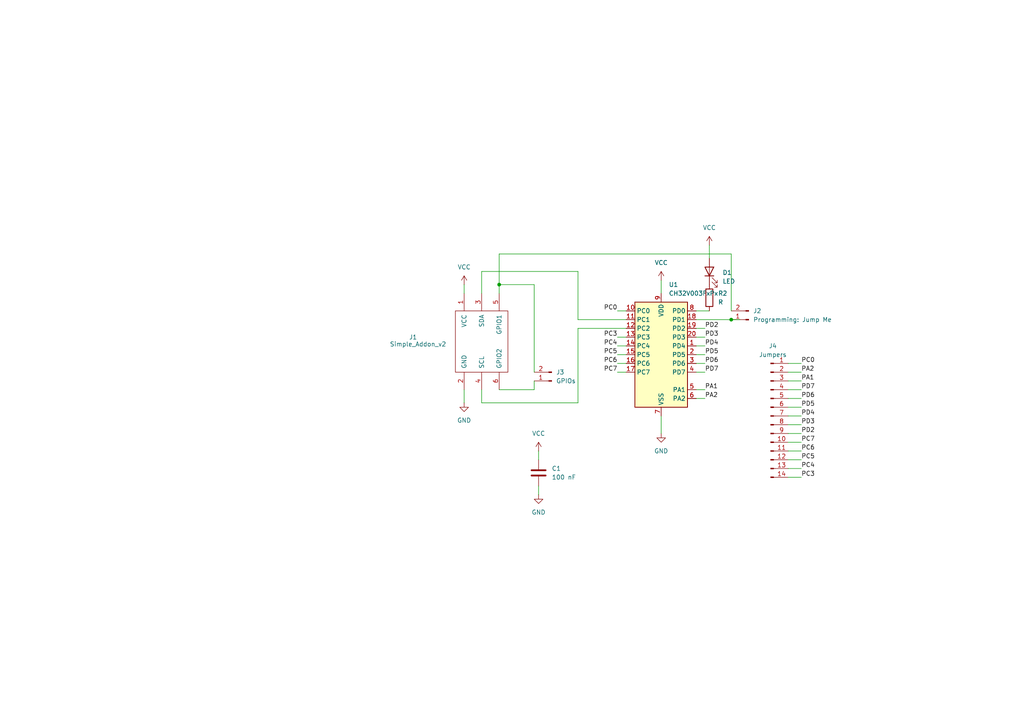
<source format=kicad_sch>
(kicad_sch (version 20231120) (generator "eeschema") (generator_version "8.0")
  (paper "A4")
  (lib_symbols
    (symbol "Connector:Conn_01x02_Pin" (pin_names (offset 1.016) hide)
      (property "Reference" "J" (at 0 2.54 0))
      (property "Value" "Conn_01x02_Pin" (at 0 -5.08 0))
      (symbol "Conn_01x02_Pin_1_1"
        (polyline (pts (xy 1.27 -2.54) (xy 0.8636 -2.54)) (stroke (width 0.1524)))
        (polyline (pts (xy 1.27 0) (xy 0.8636 0)) (stroke (width 0.1524)))
        (rectangle (start 0.8636 -2.413) (end 0 -2.667) (stroke (width 0.1524)) (fill (type outline)))
        (rectangle (start 0.8636 0.127) (end 0 -0.127) (stroke (width 0.1524)) (fill (type outline)))
        (pin passive line (at 5.08 0 180) (length 3.81) (name "Pin_1") (number "1"))
        (pin passive line (at 5.08 -2.54 180) (length 3.81) (name "Pin_2") (number "2"))
      )
    )
    (symbol "Connector:Conn_01x14_Pin" (pin_names (offset 1.016) hide)
      (property "Reference" "J" (at 0 17.78 0))
      (property "Value" "Conn_01x14_Pin" (at 0 -20.32 0))
      (symbol "Conn_01x14_Pin_1_1"
        (polyline (pts (xy 1.27 -17.78) (xy 0.8636 -17.78)) (stroke (width 0.1524)))
        (polyline (pts (xy 1.27 -15.24) (xy 0.8636 -15.24)) (stroke (width 0.1524)))
        (polyline (pts (xy 1.27 -12.7) (xy 0.8636 -12.7)) (stroke (width 0.1524)))
        (polyline (pts (xy 1.27 -10.16) (xy 0.8636 -10.16)) (stroke (width 0.1524)))
        (polyline (pts (xy 1.27 -7.62) (xy 0.8636 -7.62)) (stroke (width 0.1524)))
        (polyline (pts (xy 1.27 -5.08) (xy 0.8636 -5.08)) (stroke (width 0.1524)))
        (polyline (pts (xy 1.27 -2.54) (xy 0.8636 -2.54)) (stroke (width 0.1524)))
        (polyline (pts (xy 1.27 0) (xy 0.8636 0)) (stroke (width 0.1524)))
        (polyline (pts (xy 1.27 2.54) (xy 0.8636 2.54)) (stroke (width 0.1524)))
        (polyline (pts (xy 1.27 5.08) (xy 0.8636 5.08)) (stroke (width 0.1524)))
        (polyline (pts (xy 1.27 7.62) (xy 0.8636 7.62)) (stroke (width 0.1524)))
        (polyline (pts (xy 1.27 10.16) (xy 0.8636 10.16)) (stroke (width 0.1524)))
        (polyline (pts (xy 1.27 12.7) (xy 0.8636 12.7)) (stroke (width 0.1524)))
        (polyline (pts (xy 1.27 15.24) (xy 0.8636 15.24)) (stroke (width 0.1524)))
        (rectangle (start 0.8636 -17.653) (end 0 -17.907) (stroke (width 0.1524)) (fill (type outline)))
        (rectangle (start 0.8636 -15.113) (end 0 -15.367) (stroke (width 0.1524)) (fill (type outline)))
        (rectangle (start 0.8636 -12.573) (end 0 -12.827) (stroke (width 0.1524)) (fill (type outline)))
        (rectangle (start 0.8636 -10.033) (end 0 -10.287) (stroke (width 0.1524)) (fill (type outline)))
        (rectangle (start 0.8636 -7.493) (end 0 -7.747) (stroke (width 0.1524)) (fill (type outline)))
        (rectangle (start 0.8636 -4.953) (end 0 -5.207) (stroke (width 0.1524)) (fill (type outline)))
        (rectangle (start 0.8636 -2.413) (end 0 -2.667) (stroke (width 0.1524)) (fill (type outline)))
        (rectangle (start 0.8636 0.127) (end 0 -0.127) (stroke (width 0.1524)) (fill (type outline)))
        (rectangle (start 0.8636 2.667) (end 0 2.413) (stroke (width 0.1524)) (fill (type outline)))
        (rectangle (start 0.8636 5.207) (end 0 4.953) (stroke (width 0.1524)) (fill (type outline)))
        (rectangle (start 0.8636 7.747) (end 0 7.493) (stroke (width 0.1524)) (fill (type outline)))
        (rectangle (start 0.8636 10.287) (end 0 10.033) (stroke (width 0.1524)) (fill (type outline)))
        (rectangle (start 0.8636 12.827) (end 0 12.573) (stroke (width 0.1524)) (fill (type outline)))
        (rectangle (start 0.8636 15.367) (end 0 15.113) (stroke (width 0.1524)) (fill (type outline)))
        (pin passive line (at 5.08 15.24 180) (length 3.81) (name "Pin_1") (number "1"))
        (pin passive line (at 5.08 -7.62 180) (length 3.81) (name "Pin_10") (number "10"))
        (pin passive line (at 5.08 -10.16 180) (length 3.81) (name "Pin_11") (number "11"))
        (pin passive line (at 5.08 -12.7 180) (length 3.81) (name "Pin_12") (number "12"))
        (pin passive line (at 5.08 -15.24 180) (length 3.81) (name "Pin_13") (number "13"))
        (pin passive line (at 5.08 -17.78 180) (length 3.81) (name "Pin_14") (number "14"))
        (pin passive line (at 5.08 12.7 180) (length 3.81) (name "Pin_2") (number "2"))
        (pin passive line (at 5.08 10.16 180) (length 3.81) (name "Pin_3") (number "3"))
        (pin passive line (at 5.08 7.62 180) (length 3.81) (name "Pin_4") (number "4"))
        (pin passive line (at 5.08 5.08 180) (length 3.81) (name "Pin_5") (number "5"))
        (pin passive line (at 5.08 2.54 180) (length 3.81) (name "Pin_6") (number "6"))
        (pin passive line (at 5.08 0 180) (length 3.81) (name "Pin_7") (number "7"))
        (pin passive line (at 5.08 -2.54 180) (length 3.81) (name "Pin_8") (number "8"))
        (pin passive line (at 5.08 -5.08 180) (length 3.81) (name "Pin_9") (number "9"))
      )
    )
    (symbol "Device:C" (pin_numbers hide) (pin_names (offset 0.254))
      (property "Reference" "C" (at 0.635 2.54 0))
      (property "Value" "C" (at 0.635 -2.54 0))
      (symbol "C_0_1"
        (polyline (pts (xy -2.032 -0.762) (xy 2.032 -0.762)) (stroke (width 0.508)))
        (polyline (pts (xy -2.032 0.762) (xy 2.032 0.762)) (stroke (width 0.508)))
      )
      (symbol "C_1_1"
        (pin passive line (at 0 3.81 270) (length 2.794) (name "~") (number "1"))
        (pin passive line (at 0 -3.81 90) (length 2.794) (name "~") (number "2"))
      )
    )
    (symbol "Device:LED" (pin_numbers hide) (pin_names (offset 1.016) hide)
      (property "Reference" "D" (at 0 2.54 0))
      (property "Value" "LED" (at 0 -2.54 0))
      (symbol "LED_0_1"
        (polyline (pts (xy -1.27 -1.27) (xy -1.27 1.27)) (stroke (width 0.254)))
        (polyline (pts (xy -1.27 0) (xy 1.27 0)))
        (polyline (pts (xy 1.27 -1.27) (xy 1.27 1.27) (xy -1.27 0) (xy 1.27 -1.27)) (stroke (width 0.254)))
        (polyline (pts (xy -3.048 -0.762) (xy -4.572 -2.286) (xy -3.81 -2.286) (xy -4.572 -2.286) (xy -4.572 -1.524)))
        (polyline (pts (xy -1.778 -0.762) (xy -3.302 -2.286) (xy -2.54 -2.286) (xy -3.302 -2.286) (xy -3.302 -1.524)))
      )
      (symbol "LED_1_1"
        (pin passive line (at -3.81 0 0) (length 2.54) (name "K") (number "1"))
        (pin passive line (at 3.81 0 180) (length 2.54) (name "A") (number "2"))
      )
    )
    (symbol "Device:R" (pin_numbers hide) (pin_names (offset 0))
      (property "Reference" "R" (at 2.032 0 90))
      (property "Value" "R" (at 0 0 90))
      (symbol "R_0_1"
        (rectangle (start -1.016 -2.54) (end 1.016 2.54) (stroke (width 0.254)))
      )
      (symbol "R_1_1"
        (pin passive line (at 0 3.81 270) (length 1.27) (name "~") (number "1"))
        (pin passive line (at 0 -3.81 90) (length 1.27) (name "~") (number "2"))
      )
    )
    (symbol "MCU_WCH_CH32V0:CH32V003FxPx"
      (property "Reference" "U" (at -7.62 17.78 0))
      (property "Value" "CH32V003FxPx" (at 7.62 17.78 0))
      (symbol "CH32V003FxPx_1_1"
        (rectangle (start -7.62 15.24) (end 7.62 -15.24) (stroke (width 0.254)) (fill (type background)))
        (pin bidirectional line (at 10.16 2.54 180) (length 2.54) (name "PD4") (number "1"))
        (pin bidirectional line (at -10.16 12.7 0) (length 2.54) (name "PC0") (number "10"))
        (pin bidirectional line (at -10.16 10.16 0) (length 2.54) (name "PC1") (number "11"))
        (pin bidirectional line (at -10.16 7.62 0) (length 2.54) (name "PC2") (number "12"))
        (pin bidirectional line (at -10.16 5.08 0) (length 2.54) (name "PC3") (number "13"))
        (pin bidirectional line (at -10.16 2.54 0) (length 2.54) (name "PC4") (number "14"))
        (pin bidirectional line (at -10.16 0 0) (length 2.54) (name "PC5") (number "15"))
        (pin bidirectional line (at -10.16 -2.54 0) (length 2.54) (name "PC6") (number "16"))
        (pin bidirectional line (at -10.16 -5.08 0) (length 2.54) (name "PC7") (number "17"))
        (pin bidirectional line (at 10.16 10.16 180) (length 2.54) (name "PD1") (number "18"))
        (pin bidirectional line (at 10.16 7.62 180) (length 2.54) (name "PD2") (number "19"))
        (pin bidirectional line (at 10.16 0 180) (length 2.54) (name "PD5") (number "2"))
        (pin bidirectional line (at 10.16 5.08 180) (length 2.54) (name "PD3") (number "20"))
        (pin bidirectional line (at 10.16 -2.54 180) (length 2.54) (name "PD6") (number "3"))
        (pin bidirectional line (at 10.16 -5.08 180) (length 2.54) (name "PD7") (number "4"))
        (pin bidirectional line (at 10.16 -10.16 180) (length 2.54) (name "PA1") (number "5"))
        (pin bidirectional line (at 10.16 -12.7 180) (length 2.54) (name "PA2") (number "6"))
        (pin power_in line (at 0 -17.78 90) (length 2.54) (name "VSS") (number "7"))
        (pin bidirectional line (at 10.16 12.7 180) (length 2.54) (name "PD0") (number "8"))
        (pin power_in line (at 0 17.78 270) (length 2.54) (name "VDD") (number "9"))
      )
    )
    (symbol "power:GND" (power) (pin_numbers hide) (pin_names (offset 0) hide)
      (property "Value" "GND" (at 0 -3.81 0))
      (symbol "GND_0_1"
        (polyline (pts (xy 0 0) (xy 0 -1.27) (xy 1.27 -1.27) (xy 0 -2.54) (xy -1.27 -1.27) (xy 0 -1.27)))
      )
      (symbol "GND_1_1"
        (pin power_in line (at 0 0 270) (length 0) (name "~") (number "1"))
      )
    )
    (symbol "power:VCC" (power) (pin_numbers hide) (pin_names (offset 0) hide)
      (property "Value" "VCC" (at 0 3.556 0))
      (symbol "VCC_0_1"
        (polyline (pts (xy -0.762 1.27) (xy 0 2.54)))
        (polyline (pts (xy 0 0) (xy 0 2.54)))
        (polyline (pts (xy 0 2.54) (xy 0.762 1.27)))
      )
      (symbol "VCC_1_1"
        (pin power_in line (at 0 0 90) (length 0) (name "~") (number "1"))
      )
    )
    (symbol "todbot_stuff:Simple_Addon_v2" (pin_names (offset 1.016))
      (property "Reference" "X" (at 0 0 0))
      (property "Value" "Simple_Addon_v2" (at 0 20.32 0))
      (symbol "Simple_Addon_v2_0_1"
        (rectangle (start -7.62 8.89) (end 7.62 -8.89))
      )
      (symbol "Simple_Addon_v2_1_1"
        (pin input line (at -5.08 13.97 270) (length 5.08) (name "VCC") (number "1"))
        (pin input line (at -5.08 -13.97 90) (length 5.08) (name "GND") (number "2"))
        (pin input line (at 0 13.97 270) (length 5.08) (name "SDA") (number "3"))
        (pin input line (at 0 -13.97 90) (length 5.08) (name "SCL") (number "4"))
        (pin input line (at 5.08 13.97 270) (length 5.08) (name "GPIO1") (number "5"))
        (pin input line (at 5.08 -13.97 90) (length 5.08) (name "GPIO2") (number "6"))
      )
    )
  )
  (junction (at 144.78 82.55))
  (junction (at 212.09 92.71))
  (wire (pts (xy 179.07 90.17) (xy 181.61 90.17)))
  (wire (pts (xy 228.6 115.57) (xy 232.41 115.57)))
  (wire (pts (xy 144.78 82.55) (xy 144.78 85.09)))
  (wire (pts (xy 139.7 85.09) (xy 139.7 78.74)))
  (wire (pts (xy 201.93 113.03) (xy 204.47 113.03)))
  (wire (pts (xy 201.93 100.33) (xy 204.47 100.33)))
  (wire (pts (xy 212.09 73.66) (xy 144.78 73.66)))
  (wire (pts (xy 139.7 78.74) (xy 167.64 78.74)))
  (wire (pts (xy 156.21 130.81) (xy 156.21 133.35)))
  (wire (pts (xy 228.6 128.27) (xy 232.41 128.27)))
  (wire (pts (xy 201.93 115.57) (xy 204.47 115.57)))
  (wire (pts (xy 167.64 78.74) (xy 167.64 92.71)))
  (wire (pts (xy 201.93 107.95) (xy 204.47 107.95)))
  (wire (pts (xy 191.77 81.28) (xy 191.77 85.09)))
  (wire (pts (xy 167.64 92.71) (xy 181.61 92.71)))
  (wire (pts (xy 228.6 105.41) (xy 232.41 105.41)))
  (wire (pts (xy 167.64 95.25) (xy 181.61 95.25)))
  (wire (pts (xy 201.93 102.87) (xy 204.47 102.87)))
  (wire (pts (xy 228.6 118.11) (xy 232.41 118.11)))
  (wire (pts (xy 228.6 107.95) (xy 232.41 107.95)))
  (wire (pts (xy 228.6 135.89) (xy 232.41 135.89)))
  (wire (pts (xy 201.93 97.79) (xy 204.47 97.79)))
  (wire (pts (xy 179.07 105.41) (xy 181.61 105.41)))
  (wire (pts (xy 154.94 82.55) (xy 154.94 107.95)))
  (wire (pts (xy 212.09 92.71) (xy 214.63 92.71)))
  (wire (pts (xy 205.74 71.12) (xy 205.74 74.93)))
  (wire (pts (xy 139.7 113.03) (xy 139.7 116.84)))
  (wire (pts (xy 201.93 90.17) (xy 205.74 90.17)))
  (wire (pts (xy 228.6 120.65) (xy 232.41 120.65)))
  (wire (pts (xy 201.93 105.41) (xy 204.47 105.41)))
  (wire (pts (xy 228.6 123.19) (xy 232.41 123.19)))
  (wire (pts (xy 179.07 107.95) (xy 181.61 107.95)))
  (wire (pts (xy 167.64 116.84) (xy 167.64 95.25)))
  (wire (pts (xy 228.6 138.43) (xy 232.41 138.43)))
  (wire (pts (xy 144.78 73.66) (xy 144.78 82.55)))
  (wire (pts (xy 228.6 133.35) (xy 232.41 133.35)))
  (wire (pts (xy 212.09 90.17) (xy 212.09 73.66)))
  (wire (pts (xy 228.6 130.81) (xy 232.41 130.81)))
  (wire (pts (xy 139.7 116.84) (xy 167.64 116.84)))
  (wire (pts (xy 191.77 120.65) (xy 191.77 125.73)))
  (wire (pts (xy 134.62 113.03) (xy 134.62 116.84)))
  (wire (pts (xy 179.07 102.87) (xy 181.61 102.87)))
  (wire (pts (xy 228.6 113.03) (xy 232.41 113.03)))
  (wire (pts (xy 156.21 140.97) (xy 156.21 143.51)))
  (wire (pts (xy 179.07 100.33) (xy 181.61 100.33)))
  (wire (pts (xy 228.6 110.49) (xy 232.41 110.49)))
  (wire (pts (xy 179.07 97.79) (xy 181.61 97.79)))
  (wire (pts (xy 134.62 82.55) (xy 134.62 85.09)))
  (wire (pts (xy 154.94 110.49) (xy 154.94 113.03)))
  (wire (pts (xy 201.93 95.25) (xy 204.47 95.25)))
  (wire (pts (xy 144.78 113.03) (xy 154.94 113.03)))
  (wire (pts (xy 201.93 92.71) (xy 212.09 92.71)))
  (wire (pts (xy 144.78 82.55) (xy 154.94 82.55)))
  (wire (pts (xy 228.6 125.73) (xy 232.41 125.73)))
  (label "PC6" (at 232.41 130.81 0))
  (label "PC7" (at 179.07 107.95 180))
  (label "PC3" (at 179.07 97.79 180))
  (label "PD5" (at 232.41 118.11 0))
  (label "PD2" (at 232.41 125.73 0))
  (label "PD6" (at 232.41 115.57 0))
  (label "PA2" (at 232.41 107.95 0))
  (label "PA1" (at 232.41 110.49 0))
  (label "PA2" (at 204.47 115.57 0))
  (label "PC6" (at 179.07 105.41 180))
  (label "PC0" (at 232.41 105.41 0))
  (label "PC5" (at 179.07 102.87 180))
  (label "PC4" (at 232.41 135.89 0))
  (label "PC7" (at 232.41 128.27 0))
  (label "PD7" (at 204.47 107.95 0))
  (label "PA1" (at 204.47 113.03 0))
  (label "PC5" (at 232.41 133.35 0))
  (label "PD7" (at 232.41 113.03 0))
  (label "PD3" (at 232.41 123.19 0))
  (label "PC4" (at 179.07 100.33 180))
  (label "PD4" (at 232.41 120.65 0))
  (label "PC3" (at 232.41 138.43 0))
  (label "PD6" (at 204.47 105.41 0))
  (label "PD4" (at 204.47 100.33 0))
  (label "PC0" (at 179.07 90.17 180))
  (label "PD3" (at 204.47 97.79 0))
  (label "PD2" (at 204.47 95.25 0))
  (label "PD5" (at 204.47 102.87 0))
  (symbol (lib_id "power:VCC") (at 205.74 71.12 0) (unit 1)
    (property "Reference" "#PWR07" (effects (hide yes)))
    (property "Value" "VCC" (at 205.74 66.04 0))
    (property "Description" "Power symbol creates a global label with name \"VCC\"" (effects (hide yes)))
  )
  (symbol (lib_id "Device:R") (at 205.74 86.36 0) (unit 1)
    (property "Reference" "R2" (at 208.28 85.0899 0) (effects (justify left)))
    (property "Value" "R" (at 208.28 87.6299 0) (effects (justify left)))
    (property "Footprint" "Resistor_SMD:R_0603_1608Metric" (effects (hide yes)))
    (property "Description" "Resistor" (effects (hide yes)))
  )
  (symbol (lib_id "power:VCC") (at 134.62 82.55 0) (unit 1)
    (property "Reference" "#PWR01" (effects (hide yes)))
    (property "Value" "VCC" (at 134.62 77.47 0))
    (property "Description" "Power symbol creates a global label with name \"VCC\"" (effects (hide yes)))
  )
  (symbol (lib_id "Device:C") (at 156.21 137.16 0) (unit 1)
    (property "Reference" "C1" (at 160.02 135.8899 0) (effects (justify left)))
    (property "Value" "100 nF" (at 160.02 138.4299 0) (effects (justify left)))
    (property "Footprint" "Capacitor_SMD:C_0603_1608Metric" (effects (hide yes)))
    (property "Description" "Unpolarized capacitor" (effects (hide yes)))
  )
  (symbol (lib_id "Device:LED") (at 205.74 78.74 90) (unit 1)
    (property "Reference" "D1" (at 209.55 79.0574 90) (effects (justify right)))
    (property "Value" "LED" (at 209.55 81.5974 90) (effects (justify right)))
    (property "Footprint" "LED_SMD:LED_0603_1608Metric" (effects (hide yes)))
    (property "Description" "Light emitting diode" (effects (hide yes)))
  )
  (symbol (lib_id "power:GND") (at 156.21 143.51 0) (unit 1)
    (property "Reference" "#PWR04" (effects (hide yes)))
    (property "Value" "GND" (at 156.21 148.59 0))
    (property "Description" "Power symbol creates a global label with name \"GND\" , ground" (effects (hide yes)))
  )
  (symbol (lib_id "MCU_WCH_CH32V0:CH32V003FxPx") (at 191.77 102.87 0) (unit 1)
    (property "Reference" "U1" (at 193.9641 82.55 0) (effects (justify left)))
    (property "Value" "CH32V003FxPx" (at 193.9641 85.09 0) (effects (justify left)))
    (property "Footprint" "Package_SO:TSSOP-20_4.4x6.5mm_P0.65mm" (effects (hide yes)))
    (property "Datasheet" "https://www.wch-ic.com/products/CH32V003.html" (effects (hide yes)))
    (property "Description" "CH32V003 series are industrial-grade general-purpose microcontrollers designed based on 32-bit RISC-V instruction set and architecture. It adopts QingKe V2A core, RV32EC instruction set, and supports 2 levels of interrupt nesting. The series are mounted with rich peripheral interfaces and function modules. Its internal organizational structure meets the low-cost and low-power embedded application scenarios." (effects (hide yes)))
  )
  (symbol (lib_id "todbot_stuff:Simple_Addon_v2") (at 139.7 99.06 0) (unit 1)
    (property "Reference" "J1" (at 118.618 97.79 0) (effects (justify left)))
    (property "Value" "Simple_Addon_v2" (at 113.03 99.822 0) (effects (justify left)))
    (property "Footprint" "Connector_PinHeader_2.54mm:PinHeader_2x03_P2.54mm_Vertical" (effects (hide yes)))
  )
  (symbol (lib_id "Connector:Conn_01x02_Pin") (at 160.02 110.49 180) (unit 1)
    (property "Reference" "J3" (at 161.29 107.9499 0) (effects (justify right)))
    (property "Value" "GPIOs" (at 161.29 110.4899 0) (effects (justify right)))
    (property "Footprint" "Connector_PinHeader_2.54mm:PinHeader_1x02_P2.54mm_Vertical" (effects (hide yes)))
    (property "Description" "Generic connector, single row, 01x02, script generated" (effects (hide yes)))
  )
  (symbol (lib_id "power:VCC") (at 156.21 130.81 0) (unit 1)
    (property "Reference" "#PWR03" (effects (hide yes)))
    (property "Value" "VCC" (at 156.21 125.73 0))
    (property "Description" "Power symbol creates a global label with name \"VCC\"" (effects (hide yes)))
  )
  (symbol (lib_id "power:GND") (at 191.77 125.73 0) (unit 1)
    (property "Reference" "#PWR06" (effects (hide yes)))
    (property "Value" "GND" (at 191.77 130.81 0))
    (property "Description" "Power symbol creates a global label with name \"GND\" , ground" (effects (hide yes)))
  )
  (symbol (lib_id "power:GND") (at 134.62 116.84 0) (unit 1)
    (property "Reference" "#PWR02" (effects (hide yes)))
    (property "Value" "GND" (at 134.62 121.92 0))
    (property "Description" "Power symbol creates a global label with name \"GND\" , ground" (effects (hide yes)))
  )
  (symbol (lib_id "Connector:Conn_01x14_Pin") (at 223.52 120.65 0) (unit 1)
    (property "Reference" "J4" (at 224.155 100.33 0))
    (property "Value" "Jumpers" (at 224.155 102.87 0))
    (property "Footprint" "Connector_PinHeader_2.54mm:PinHeader_1x14_P2.54mm_Vertical" (effects (hide yes)))
    (property "Description" "Generic connector, single row, 01x14, script generated" (effects (hide yes)))
  )
  (symbol (lib_id "Connector:Conn_01x02_Pin") (at 217.17 92.71 180) (unit 1)
    (property "Reference" "J2" (at 218.44 90.1699 0) (effects (justify right)))
    (property "Value" "Programming: Jump Me" (at 218.44 92.7099 0) (effects (justify right)))
    (property "Footprint" "Connector_PinHeader_2.54mm:PinHeader_1x02_P2.54mm_Vertical" (effects (hide yes)))
    (property "Description" "Generic connector, single row, 01x02, script generated" (effects (hide yes)))
  )
  (symbol (lib_id "power:VCC") (at 191.77 81.28 0) (unit 1)
    (property "Reference" "#PWR05" (effects (hide yes)))
    (property "Value" "VCC" (at 191.77 76.2 0))
    (property "Description" "Power symbol creates a global label with name \"VCC\"" (effects (hide yes)))
  )
)
</source>
